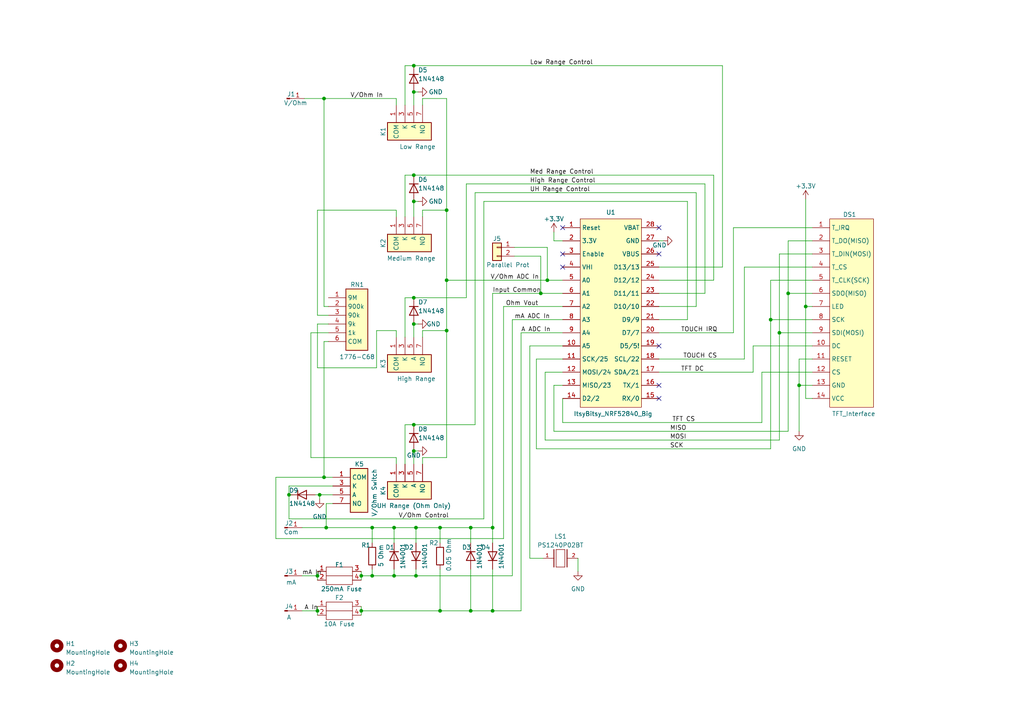
<source format=kicad_sch>
(kicad_sch (version 20230121) (generator eeschema)
  (paper "A4")
  (lib_symbols
    (symbol "502ProjectSymbols:1776-C68"
      (property "Reference" "RN" (at -2.54 13.97 0))
      (property "Value" "1776-C68" (at -2.54 11.43 0))
      (symbol "1776-C68_1_1"
        (rectangle (start -2.54 8.89) (end 3.81 -8.89) (stroke (width 0.254)) (fill (type background)))
        (pin passive line (at -7.62 6.35 0) (length 5.08) (name "9M") (number "1"))
        (pin passive line (at -7.62 3.81 0) (length 5.08) (name "900k") (number "2"))
        (pin passive line (at -7.62 1.27 0) (length 5.08) (name "90k") (number "3"))
        (pin passive line (at -7.62 -1.27 0) (length 5.08) (name "9k") (number "4"))
        (pin passive line (at -7.62 -3.81 0) (length 5.08) (name "1k") (number "5"))
        (pin passive line (at -7.62 -6.35 0) (length 5.08) (name "COM") (number "6"))
      )
    )
    (symbol "502ProjectSymbols:Fuse"
      (property "Reference" "F" (at 0 3.81 0))
      (property "Value" "Fuse" (at 0 -3.81 0))
      (symbol "Fuse_0_1"
        (rectangle (start -3.81 2.54) (end 3.81 -2.54))
        (polyline (pts (xy -3.81 0) (xy 3.81 0)))
      )
      (symbol "Fuse_1_1"
        (pin passive line (at -6.35 1.27 0) (length 2.54) (name "") (number "1"))
        (pin passive line (at -6.35 -1.27 0) (length 2.54) (name "") (number "2"))
        (pin passive line (at 6.35 1.27 180) (length 2.54) (name "") (number "3"))
        (pin passive line (at 6.35 -1.27 180) (length 2.54) (name "") (number "4"))
      )
    )
    (symbol "502ProjectSymbols:ItsyBitsy_NRF52840_Big"
      (property "Reference" "U" (at 0 27.94 0))
      (property "Value" "ItsyBitsy_NRF52840_Big" (at 0 -29.21 0))
      (symbol "ItsyBitsy_NRF52840_Big_0_1"
        (rectangle (start -8.89 26.67) (end 8.89 -27.94) (fill (type background)))
      )
      (symbol "ItsyBitsy_NRF52840_Big_1_0"
        (pin input line (at -13.97 -10.16 0) (length 5.08) (name "") (number ""))
      )
      (symbol "ItsyBitsy_NRF52840_Big_1_1"
        (pin input line (at -13.97 24.13 0) (length 5.08) (name "Reset") (number "1"))
        (pin input line (at -13.97 -10.16 0) (length 5.08) (name "A5") (number "10"))
        (pin bidirectional line (at -13.97 -13.97 0) (length 5.08) (name "SCK/25") (number "11"))
        (pin bidirectional line (at -13.97 -17.78 0) (length 5.08) (name "MOSI/24") (number "12"))
        (pin bidirectional line (at -13.97 -21.59 0) (length 5.08) (name "MISO/23") (number "13"))
        (pin bidirectional line (at -13.97 -25.4 0) (length 5.08) (name "D2/2") (number "14"))
        (pin bidirectional line (at 13.97 -25.4 180) (length 5.08) (name "RX/0") (number "15"))
        (pin bidirectional line (at 13.97 -21.59 180) (length 5.08) (name "TX/1") (number "16"))
        (pin bidirectional line (at 13.97 -17.78 180) (length 5.08) (name "SDA/21") (number "17"))
        (pin bidirectional line (at 13.97 -13.97 180) (length 5.08) (name "SCL/22") (number "18"))
        (pin bidirectional line (at 13.97 -10.16 180) (length 5.08) (name "D5/5!") (number "19"))
        (pin output line (at -13.97 20.32 0) (length 5.08) (name "3.3V") (number "2"))
        (pin bidirectional line (at 13.97 -6.35 180) (length 5.08) (name "D7/7") (number "20"))
        (pin bidirectional line (at 13.97 -2.54 180) (length 5.08) (name "D9/9") (number "21"))
        (pin bidirectional line (at 13.97 1.27 180) (length 5.08) (name "D10/10") (number "22"))
        (pin bidirectional line (at 13.97 5.08 180) (length 5.08) (name "D11/11") (number "23"))
        (pin bidirectional line (at 13.97 8.89 180) (length 5.08) (name "D12/12") (number "24"))
        (pin bidirectional line (at 13.97 12.7 180) (length 5.08) (name "D13/13") (number "25"))
        (pin bidirectional line (at 13.97 16.51 180) (length 5.08) (name "VBUS") (number "26"))
        (pin bidirectional line (at 13.97 20.32 180) (length 5.08) (name "GND") (number "27"))
        (pin bidirectional line (at 13.97 24.13 180) (length 5.08) (name "VBAT") (number "28"))
        (pin input line (at -13.97 16.51 0) (length 5.08) (name "Enable") (number "3"))
        (pin bidirectional line (at -13.97 12.7 0) (length 5.08) (name "VHI") (number "4"))
        (pin input line (at -13.97 8.89 0) (length 5.08) (name "A0") (number "5"))
        (pin input line (at -13.97 5.08 0) (length 5.08) (name "A1") (number "6"))
        (pin input line (at -13.97 1.27 0) (length 5.08) (name "A2") (number "7"))
        (pin input line (at -13.97 -2.54 0) (length 5.08) (name "A3") (number "8"))
        (pin input line (at -13.97 -6.35 0) (length 5.08) (name "A4") (number "9"))
      )
    )
    (symbol "502ProjectSymbols:PS1240P02BT" (pin_names (offset 1.016))
      (property "Reference" "LS" (at -3.81 3.81 0))
      (property "Value" "PS1240P02BT" (at -3.81 -5.08 0))
      (symbol "PS1240P02BT_0_0"
        (polyline (pts (xy -2.54 0) (xy -1.905 0)) (stroke (width 0.1524)))
        (polyline (pts (xy -1.905 -2.54) (xy -1.905 0)) (stroke (width 0.254)))
        (polyline (pts (xy -1.905 0) (xy -1.905 2.54)) (stroke (width 0.254)))
        (polyline (pts (xy -1.27 -2.54) (xy 1.27 -2.54)) (stroke (width 0.1524)))
        (polyline (pts (xy -1.27 2.54) (xy -1.27 -2.54)) (stroke (width 0.1524)))
        (polyline (pts (xy 1.27 -2.54) (xy 1.27 2.54)) (stroke (width 0.1524)))
        (polyline (pts (xy 1.27 2.54) (xy -1.27 2.54)) (stroke (width 0.1524)))
        (polyline (pts (xy 1.905 0) (xy 1.905 -2.54)) (stroke (width 0.254)))
        (polyline (pts (xy 1.905 0) (xy 2.54 0)) (stroke (width 0.1524)))
        (polyline (pts (xy 1.905 2.54) (xy 1.905 0)) (stroke (width 0.254)))
        (pin passive line (at -5.08 0 0) (length 2.54) (name "~") (number "1"))
        (pin passive line (at 5.08 0 180) (length 2.54) (name "~") (number "2"))
      )
    )
    (symbol "502ProjectSymbols:SIL03-1A72-71D"
      (property "Reference" "K" (at -1.27 8.89 0))
      (property "Value" "SIL03-1A72-71D" (at 3.81 -8.89 90))
      (symbol "SIL03-1A72-71D_1_1"
        (rectangle (start -2.54 6.35) (end 2.54 -6.35) (stroke (width 0.254)) (fill (type background)))
        (pin passive line (at -7.62 3.81 0) (length 5.08) (name "COM") (number "1"))
        (pin passive line (at -7.62 1.27 0) (length 5.08) (name "K") (number "3"))
        (pin passive line (at -7.62 -1.27 0) (length 5.08) (name "A") (number "5"))
        (pin passive line (at -7.62 -3.81 0) (length 5.08) (name "NO") (number "7"))
      )
    )
    (symbol "502ProjectSymbols:TFT_Interface"
      (property "Reference" "DS" (at -1.27 27.94 0))
      (property "Value" "TFT_Interface" (at 0 -29.21 0))
      (symbol "TFT_Interface_0_1"
        (rectangle (start -6.35 26.67) (end 6.35 -27.94) (fill (type background)))
      )
      (symbol "TFT_Interface_1_1"
        (pin passive line (at -11.43 24.13 0) (length 5.08) (name "T_IRQ") (number "1"))
        (pin passive line (at -11.43 -10.16 0) (length 5.08) (name "DC") (number "10"))
        (pin passive line (at -11.43 -13.97 0) (length 5.08) (name "RESET") (number "11"))
        (pin passive line (at -11.43 -17.78 0) (length 5.08) (name "CS") (number "12"))
        (pin passive line (at -11.43 -21.59 0) (length 5.08) (name "GND") (number "13"))
        (pin passive line (at -11.43 -25.4 0) (length 5.08) (name "VCC") (number "14"))
        (pin passive line (at -11.43 20.32 0) (length 5.08) (name "T_DO(MISO)") (number "2"))
        (pin passive line (at -11.43 16.51 0) (length 5.08) (name "T_DIN(MOSI)") (number "3"))
        (pin passive line (at -11.43 12.7 0) (length 5.08) (name "T_CS") (number "4"))
        (pin passive line (at -11.43 8.89 0) (length 5.08) (name "T_CLK(SCK)") (number "5"))
        (pin passive line (at -11.43 5.08 0) (length 5.08) (name "SDO(MISO)") (number "6"))
        (pin passive line (at -11.43 1.27 0) (length 5.08) (name "LED") (number "7"))
        (pin passive line (at -11.43 -2.54 0) (length 5.08) (name "SCK") (number "8"))
        (pin passive line (at -11.43 -6.35 0) (length 5.08) (name "SDI(MOSI)") (number "9"))
      )
    )
    (symbol "Connector:Conn_01x01_Pin" (pin_names (offset 1.016) hide)
      (property "Reference" "J" (at 0 2.54 0))
      (property "Value" "Conn_01x01_Pin" (at 0 -2.54 0))
      (symbol "Conn_01x01_Pin_1_1"
        (polyline (pts (xy 1.27 0) (xy 0.8636 0)) (stroke (width 0.1524)))
        (rectangle (start 0.8636 0.127) (end 0 -0.127) (stroke (width 0.1524)) (fill (type outline)))
        (pin passive line (at 5.08 0 180) (length 3.81) (name "Pin_1") (number "1"))
      )
    )
    (symbol "Connector_Generic:Conn_01x02" (pin_names (offset 1.016) hide)
      (property "Reference" "J" (at 0 2.54 0))
      (property "Value" "Conn_01x02" (at 0 -5.08 0))
      (symbol "Conn_01x02_1_1"
        (rectangle (start -1.27 -2.413) (end 0 -2.667) (stroke (width 0.1524)))
        (rectangle (start -1.27 0.127) (end 0 -0.127) (stroke (width 0.1524)))
        (rectangle (start -1.27 1.27) (end 1.27 -3.81) (stroke (width 0.254)) (fill (type background)))
        (pin passive line (at -5.08 0 0) (length 3.81) (name "Pin_1") (number "1"))
        (pin passive line (at -5.08 -2.54 0) (length 3.81) (name "Pin_2") (number "2"))
      )
    )
    (symbol "Device:R" (pin_numbers hide) (pin_names (offset 0))
      (property "Reference" "R" (at 2.032 0 90))
      (property "Value" "R" (at 0 0 90))
      (symbol "R_0_1"
        (rectangle (start -1.016 -2.54) (end 1.016 2.54) (stroke (width 0.254)))
      )
      (symbol "R_1_1"
        (pin passive line (at 0 3.81 270) (length 1.27) (name "~") (number "1"))
        (pin passive line (at 0 -3.81 90) (length 1.27) (name "~") (number "2"))
      )
    )
    (symbol "Diode:1N4001" (pin_numbers hide) (pin_names hide)
      (property "Reference" "D" (at 0 2.54 0))
      (property "Value" "1N4001" (at 0 -2.54 0))
      (symbol "1N4001_0_1"
        (polyline (pts (xy -1.27 1.27) (xy -1.27 -1.27)) (stroke (width 0.254)))
        (polyline (pts (xy 1.27 0) (xy -1.27 0)))
        (polyline (pts (xy 1.27 1.27) (xy 1.27 -1.27) (xy -1.27 0) (xy 1.27 1.27)) (stroke (width 0.254)))
      )
      (symbol "1N4001_1_1"
        (pin passive line (at -3.81 0 0) (length 2.54) (name "K") (number "1"))
        (pin passive line (at 3.81 0 180) (length 2.54) (name "A") (number "2"))
      )
    )
    (symbol "Diode:1N4148" (pin_numbers hide) (pin_names hide)
      (property "Reference" "D" (at 0 2.54 0))
      (property "Value" "1N4148" (at 0 -2.54 0))
      (symbol "1N4148_0_1"
        (polyline (pts (xy -1.27 1.27) (xy -1.27 -1.27)) (stroke (width 0.254)))
        (polyline (pts (xy 1.27 0) (xy -1.27 0)))
        (polyline (pts (xy 1.27 1.27) (xy 1.27 -1.27) (xy -1.27 0) (xy 1.27 1.27)) (stroke (width 0.254)))
      )
      (symbol "1N4148_1_1"
        (pin passive line (at -3.81 0 0) (length 2.54) (name "K") (number "1"))
        (pin passive line (at 3.81 0 180) (length 2.54) (name "A") (number "2"))
      )
    )
    (symbol "Mechanical:MountingHole" (pin_names (offset 1.016))
      (property "Reference" "H" (at 0 5.08 0))
      (property "Value" "MountingHole" (at 0 3.175 0))
      (symbol "MountingHole_0_1"
        (circle (center 0 0) (radius 1.27) (stroke (width 1.27)))
      )
    )
    (symbol "power:+3.3V" (power) (pin_names (offset 0))
      (property "Value" "+3.3V" (at 0 3.556 0))
      (symbol "+3.3V_0_1"
        (polyline (pts (xy -0.762 1.27) (xy 0 2.54)))
        (polyline (pts (xy 0 0) (xy 0 2.54)))
        (polyline (pts (xy 0 2.54) (xy 0.762 1.27)))
      )
      (symbol "+3.3V_1_1"
        (pin power_in line (at 0 0 90) (length 0) hide (name "+3.3V") (number "1"))
      )
    )
    (symbol "power:GND" (power) (pin_names (offset 0))
      (property "Value" "GND" (at 0 -3.81 0))
      (symbol "GND_0_1"
        (polyline (pts (xy 0 0) (xy 0 -1.27) (xy 1.27 -1.27) (xy 0 -2.54) (xy -1.27 -1.27) (xy 0 -1.27)))
      )
      (symbol "GND_1_1"
        (pin power_in line (at 0 0 270) (length 0) hide (name "GND") (number "1"))
      )
    )
  )
  (junction (at 228.6 85.09))
  (junction (at 142.875 153.035))
  (junction (at 92.075 177.165))
  (junction (at 129.54 95.885))
  (junction (at 158.75 81.28))
  (junction (at 120.015 130.81))
  (junction (at 92.075 167.005))
  (junction (at 127.635 177.165))
  (junction (at 104.775 177.165))
  (junction (at 231.775 111.76))
  (junction (at 93.98 28.575))
  (junction (at 127.635 153.035))
  (junction (at 93.98 138.43))
  (junction (at 120.015 123.19))
  (junction (at 83.82 143.51))
  (junction (at 136.525 153.035))
  (junction (at 120.015 93.98))
  (junction (at 136.525 177.165))
  (junction (at 120.015 26.67))
  (junction (at 92.71 143.51))
  (junction (at 120.015 58.42))
  (junction (at 107.95 167.005))
  (junction (at 120.65 167.005))
  (junction (at 120.65 153.035))
  (junction (at 156.845 85.09))
  (junction (at 142.875 177.165))
  (junction (at 120.015 86.36))
  (junction (at 120.015 50.8))
  (junction (at 107.95 153.035))
  (junction (at 223.52 92.71))
  (junction (at 94.615 153.035))
  (junction (at 129.54 60.96))
  (junction (at 129.54 81.28))
  (junction (at 114.3 153.035))
  (junction (at 120.015 19.05))
  (junction (at 226.06 96.52))
  (junction (at 114.3 167.005))
  (junction (at 104.775 167.005))
  (junction (at 233.68 88.9))
  (no_connect (at 191.135 66.04))
  (no_connect (at 191.135 111.76))
  (no_connect (at 191.135 73.66))
  (no_connect (at 191.135 100.33))
  (no_connect (at 163.195 77.47))
  (no_connect (at 163.195 73.66))
  (no_connect (at 163.195 66.04))
  (no_connect (at 191.135 115.57))
  (wire (pts (xy 107.95 167.005) (xy 107.95 165.1)))
  (wire (pts (xy 91.44 143.51) (xy 92.71 143.51)))
  (wire (pts (xy 95.25 99.06) (xy 93.98 99.06)))
  (wire (pts (xy 142.875 153.035) (xy 142.875 157.48)))
  (wire (pts (xy 135.255 86.36) (xy 135.255 53.34)))
  (wire (pts (xy 117.475 19.05) (xy 120.015 19.05)))
  (wire (pts (xy 160.655 111.76) (xy 160.655 125.095)))
  (wire (pts (xy 104.775 177.165) (xy 104.775 175.895)))
  (wire (pts (xy 114.3 165.1) (xy 114.3 167.005)))
  (wire (pts (xy 122.555 60.96) (xy 122.555 62.865)))
  (wire (pts (xy 153.67 161.925) (xy 153.67 100.33)))
  (wire (pts (xy 122.555 28.575) (xy 129.54 28.575)))
  (wire (pts (xy 120.015 58.42) (xy 120.015 57.785)))
  (wire (pts (xy 83.82 143.51) (xy 85.09 143.51)))
  (wire (pts (xy 231.775 104.14) (xy 231.775 111.76)))
  (wire (pts (xy 153.67 100.33) (xy 163.195 100.33)))
  (wire (pts (xy 136.525 177.165) (xy 142.875 177.165)))
  (wire (pts (xy 235.585 104.14) (xy 231.775 104.14)))
  (wire (pts (xy 157.48 161.925) (xy 153.67 161.925)))
  (wire (pts (xy 151.13 96.52) (xy 151.13 177.165)))
  (wire (pts (xy 191.135 77.47) (xy 209.55 77.47)))
  (wire (pts (xy 121.285 130.81) (xy 120.015 130.81)))
  (wire (pts (xy 104.775 177.165) (xy 104.775 178.435)))
  (wire (pts (xy 235.585 100.33) (xy 218.44 100.33)))
  (wire (pts (xy 96.52 140.97) (xy 83.82 140.97)))
  (wire (pts (xy 142.875 165.1) (xy 142.875 177.165)))
  (wire (pts (xy 223.52 81.28) (xy 223.52 92.71)))
  (wire (pts (xy 156.845 74.295) (xy 156.845 85.09)))
  (wire (pts (xy 129.54 95.885) (xy 129.54 132.715)))
  (wire (pts (xy 212.725 96.52) (xy 191.135 96.52)))
  (wire (pts (xy 109.22 95.885) (xy 114.935 95.885)))
  (wire (pts (xy 146.05 88.9) (xy 163.195 88.9)))
  (wire (pts (xy 94.615 146.05) (xy 96.52 146.05)))
  (wire (pts (xy 87.63 177.165) (xy 92.075 177.165)))
  (wire (pts (xy 129.54 28.575) (xy 129.54 60.96)))
  (wire (pts (xy 120.015 26.67) (xy 121.285 26.67)))
  (wire (pts (xy 209.55 19.05) (xy 209.55 77.47)))
  (wire (pts (xy 94.615 146.05) (xy 94.615 153.035)))
  (wire (pts (xy 114.3 153.035) (xy 114.3 157.48)))
  (wire (pts (xy 120.015 19.05) (xy 209.55 19.05)))
  (wire (pts (xy 146.05 88.9) (xy 146.05 156.21)))
  (wire (pts (xy 80.01 138.43) (xy 93.98 138.43)))
  (wire (pts (xy 231.775 111.76) (xy 231.775 125.095)))
  (wire (pts (xy 121.285 58.42) (xy 120.015 58.42)))
  (wire (pts (xy 120.015 58.42) (xy 120.015 62.865)))
  (wire (pts (xy 235.585 88.9) (xy 233.68 88.9)))
  (wire (pts (xy 117.475 123.19) (xy 120.015 123.19)))
  (wire (pts (xy 120.015 93.98) (xy 120.015 97.79)))
  (wire (pts (xy 228.6 69.85) (xy 228.6 85.09)))
  (wire (pts (xy 148.59 92.71) (xy 163.195 92.71)))
  (wire (pts (xy 235.585 69.85) (xy 228.6 69.85)))
  (wire (pts (xy 92.075 106.68) (xy 109.22 106.68)))
  (wire (pts (xy 215.9 77.47) (xy 215.9 104.14)))
  (wire (pts (xy 120.65 153.035) (xy 120.65 157.48)))
  (wire (pts (xy 95.25 93.98) (xy 92.075 93.98)))
  (wire (pts (xy 88.265 28.575) (xy 93.98 28.575)))
  (wire (pts (xy 235.585 66.04) (xy 212.725 66.04)))
  (wire (pts (xy 226.06 96.52) (xy 235.585 96.52)))
  (wire (pts (xy 191.135 69.85) (xy 192.405 69.85)))
  (wire (pts (xy 129.54 81.28) (xy 129.54 95.885)))
  (wire (pts (xy 127.635 177.165) (xy 127.635 165.1)))
  (wire (pts (xy 129.54 81.28) (xy 158.75 81.28)))
  (wire (pts (xy 233.68 88.9) (xy 233.68 115.57)))
  (wire (pts (xy 235.585 81.28) (xy 223.52 81.28)))
  (wire (pts (xy 158.115 107.95) (xy 158.115 127.635)))
  (wire (pts (xy 94.615 153.035) (xy 107.95 153.035)))
  (wire (pts (xy 220.98 107.95) (xy 220.98 122.555)))
  (wire (pts (xy 87.63 153.035) (xy 94.615 153.035)))
  (wire (pts (xy 92.075 177.165) (xy 92.075 175.895)))
  (wire (pts (xy 92.075 177.165) (xy 92.075 178.435)))
  (wire (pts (xy 212.725 66.04) (xy 212.725 96.52)))
  (wire (pts (xy 163.195 111.76) (xy 160.655 111.76)))
  (wire (pts (xy 136.525 165.1) (xy 136.525 177.165)))
  (wire (pts (xy 235.585 107.95) (xy 220.98 107.95)))
  (wire (pts (xy 120.015 86.36) (xy 135.255 86.36)))
  (wire (pts (xy 220.98 122.555) (xy 163.195 122.555)))
  (wire (pts (xy 191.135 107.95) (xy 218.44 107.95)))
  (wire (pts (xy 158.75 71.755) (xy 158.75 81.28)))
  (wire (pts (xy 127.635 153.035) (xy 127.635 157.48)))
  (wire (pts (xy 92.075 91.44) (xy 92.075 60.96)))
  (wire (pts (xy 207.01 50.8) (xy 207.01 81.28)))
  (wire (pts (xy 158.75 81.28) (xy 163.195 81.28)))
  (wire (pts (xy 226.06 127.635) (xy 226.06 96.52)))
  (wire (pts (xy 83.82 150.495) (xy 140.335 150.495)))
  (wire (pts (xy 191.135 85.09) (xy 204.47 85.09)))
  (wire (pts (xy 93.98 138.43) (xy 96.52 138.43)))
  (wire (pts (xy 80.01 156.21) (xy 80.01 138.43)))
  (wire (pts (xy 93.98 28.575) (xy 93.98 88.9)))
  (wire (pts (xy 129.54 132.715) (xy 122.555 132.715)))
  (wire (pts (xy 163.195 104.14) (xy 155.575 104.14)))
  (wire (pts (xy 109.22 106.68) (xy 109.22 95.885)))
  (wire (pts (xy 92.075 167.005) (xy 92.075 168.275)))
  (wire (pts (xy 120.015 123.19) (xy 137.795 123.19)))
  (wire (pts (xy 122.555 60.96) (xy 129.54 60.96)))
  (wire (pts (xy 104.775 177.165) (xy 127.635 177.165)))
  (wire (pts (xy 142.875 177.165) (xy 151.13 177.165)))
  (wire (pts (xy 142.875 85.09) (xy 156.845 85.09)))
  (wire (pts (xy 223.52 130.175) (xy 223.52 92.71)))
  (wire (pts (xy 235.585 77.47) (xy 215.9 77.47)))
  (wire (pts (xy 122.555 95.885) (xy 122.555 97.79)))
  (wire (pts (xy 158.115 127.635) (xy 226.06 127.635)))
  (wire (pts (xy 93.98 99.06) (xy 93.98 138.43)))
  (wire (pts (xy 80.01 156.21) (xy 146.05 156.21)))
  (wire (pts (xy 233.68 115.57) (xy 235.585 115.57)))
  (wire (pts (xy 117.475 97.79) (xy 117.475 86.36)))
  (wire (pts (xy 90.17 132.715) (xy 114.935 132.715)))
  (wire (pts (xy 95.25 96.52) (xy 90.17 96.52)))
  (wire (pts (xy 201.93 55.88) (xy 201.93 88.9)))
  (wire (pts (xy 107.95 167.005) (xy 114.3 167.005)))
  (wire (pts (xy 107.95 153.035) (xy 107.95 157.48)))
  (wire (pts (xy 135.255 53.34) (xy 204.47 53.34)))
  (wire (pts (xy 121.285 93.98) (xy 120.015 93.98)))
  (wire (pts (xy 163.195 107.95) (xy 158.115 107.95)))
  (wire (pts (xy 92.075 93.98) (xy 92.075 106.68)))
  (wire (pts (xy 120.015 50.8) (xy 207.01 50.8)))
  (wire (pts (xy 92.71 144.78) (xy 92.71 143.51)))
  (wire (pts (xy 156.845 85.09) (xy 163.195 85.09)))
  (wire (pts (xy 137.795 123.19) (xy 137.795 55.88)))
  (wire (pts (xy 231.775 111.76) (xy 235.585 111.76)))
  (wire (pts (xy 92.075 60.96) (xy 114.935 60.96)))
  (wire (pts (xy 163.195 69.85) (xy 160.655 69.85)))
  (wire (pts (xy 122.555 132.715) (xy 122.555 134.62)))
  (wire (pts (xy 149.225 71.755) (xy 158.75 71.755)))
  (wire (pts (xy 155.575 104.14) (xy 155.575 130.175)))
  (wire (pts (xy 151.13 96.52) (xy 163.195 96.52)))
  (wire (pts (xy 167.64 161.925) (xy 167.64 165.735)))
  (wire (pts (xy 114.3 167.005) (xy 120.65 167.005)))
  (wire (pts (xy 160.655 125.095) (xy 228.6 125.095)))
  (wire (pts (xy 114.935 60.96) (xy 114.935 62.865)))
  (wire (pts (xy 191.135 81.28) (xy 207.01 81.28)))
  (wire (pts (xy 117.475 50.8) (xy 120.015 50.8)))
  (wire (pts (xy 104.775 165.735) (xy 104.775 167.005)))
  (wire (pts (xy 199.39 58.42) (xy 199.39 92.71)))
  (wire (pts (xy 120.015 26.67) (xy 120.015 30.48)))
  (wire (pts (xy 107.95 153.035) (xy 114.3 153.035)))
  (wire (pts (xy 104.775 167.005) (xy 107.95 167.005)))
  (wire (pts (xy 129.54 60.96) (xy 129.54 81.28)))
  (wire (pts (xy 127.635 153.035) (xy 136.525 153.035)))
  (wire (pts (xy 120.015 130.81) (xy 120.015 134.62)))
  (wire (pts (xy 149.225 74.295) (xy 156.845 74.295)))
  (wire (pts (xy 114.935 132.715) (xy 114.935 134.62)))
  (wire (pts (xy 117.475 62.865) (xy 117.475 50.8)))
  (wire (pts (xy 122.555 28.575) (xy 122.555 30.48)))
  (wire (pts (xy 95.25 91.44) (xy 92.075 91.44)))
  (wire (pts (xy 223.52 92.71) (xy 235.585 92.71)))
  (wire (pts (xy 155.575 130.175) (xy 223.52 130.175)))
  (wire (pts (xy 122.555 95.885) (xy 129.54 95.885)))
  (wire (pts (xy 140.335 58.42) (xy 199.39 58.42)))
  (wire (pts (xy 218.44 100.33) (xy 218.44 107.95)))
  (wire (pts (xy 114.935 95.885) (xy 114.935 97.79)))
  (wire (pts (xy 117.475 134.62) (xy 117.475 123.19)))
  (wire (pts (xy 228.6 85.09) (xy 235.585 85.09)))
  (wire (pts (xy 163.195 122.555) (xy 163.195 115.57)))
  (wire (pts (xy 114.935 28.575) (xy 114.935 30.48)))
  (wire (pts (xy 120.65 153.035) (xy 127.635 153.035)))
  (wire (pts (xy 235.585 73.66) (xy 226.06 73.66)))
  (wire (pts (xy 233.68 88.9) (xy 233.68 57.785)))
  (wire (pts (xy 127.635 177.165) (xy 136.525 177.165)))
  (wire (pts (xy 137.795 55.88) (xy 201.93 55.88)))
  (wire (pts (xy 140.335 150.495) (xy 140.335 58.42)))
  (wire (pts (xy 83.82 143.51) (xy 83.82 150.495)))
  (wire (pts (xy 199.39 92.71) (xy 191.135 92.71)))
  (wire (pts (xy 120.65 167.005) (xy 148.59 167.005)))
  (wire (pts (xy 215.9 104.14) (xy 191.135 104.14)))
  (wire (pts (xy 117.475 19.05) (xy 117.475 30.48)))
  (wire (pts (xy 142.875 85.09) (xy 142.875 153.035)))
  (wire (pts (xy 87.63 167.005) (xy 92.075 167.005)))
  (wire (pts (xy 104.775 167.005) (xy 104.775 168.275)))
  (wire (pts (xy 201.93 88.9) (xy 191.135 88.9)))
  (wire (pts (xy 136.525 153.035) (xy 142.875 153.035)))
  (wire (pts (xy 204.47 53.34) (xy 204.47 85.09)))
  (wire (pts (xy 117.475 86.36) (xy 120.015 86.36)))
  (wire (pts (xy 95.25 88.9) (xy 93.98 88.9)))
  (wire (pts (xy 92.71 143.51) (xy 96.52 143.51)))
  (wire (pts (xy 136.525 153.035) (xy 136.525 157.48)))
  (wire (pts (xy 148.59 92.71) (xy 148.59 167.005)))
  (wire (pts (xy 226.06 73.66) (xy 226.06 96.52)))
  (wire (pts (xy 160.655 69.85) (xy 160.655 67.31)))
  (wire (pts (xy 92.075 167.005) (xy 92.075 165.735)))
  (wire (pts (xy 90.17 96.52) (xy 90.17 132.715)))
  (wire (pts (xy 228.6 125.095) (xy 228.6 85.09)))
  (wire (pts (xy 93.98 28.575) (xy 114.935 28.575)))
  (wire (pts (xy 120.65 165.1) (xy 120.65 167.005)))
  (wire (pts (xy 114.3 153.035) (xy 120.65 153.035)))
  (wire (pts (xy 83.82 140.97) (xy 83.82 143.51)))
  (label "TFT DC" (at 197.485 107.95 0))
  (label "SCK" (at 194.31 130.175 0))
  (label "V{slash}Ohm Control" (at 115.57 150.495 0))
  (label "A In" (at 88.265 177.165 0))
  (label "Ohm Vout" (at 146.685 88.9 0))
  (label "TOUCH IRQ" (at 197.485 96.52 0))
  (label "MOSI" (at 194.31 127.635 0))
  (label "High Range Control" (at 153.67 53.34 0))
  (label "V{slash}Ohm ADC In" (at 142.24 81.28 0))
  (label "Input Common" (at 142.875 85.09 0))
  (label "UH Range Control" (at 153.67 55.88 0))
  (label "TFT CS" (at 194.945 122.555 0))
  (label "A ADC In" (at 151.13 96.52 0))
  (label "mA ADC In" (at 149.225 92.71 0))
  (label "Med Range Control" (at 153.67 50.8 0))
  (label "TOUCH CS" (at 198.12 104.14 0))
  (label "Low Range Control" (at 153.67 19.05 0))
  (label "V{slash}Ohm In" (at 101.6 28.575 0))
  (label "MISO" (at 194.31 125.095 0))
  (label "mA In" (at 87.63 167.005 0))
  (symbol (lib_id "Device:R") (at 127.635 161.29 180) (unit 1)
    (property "Reference" "R2" (at 124.46 157.48 0) (effects (justify right)))
    (property "Value" "0.05 Ohm" (at 130.175 165.735 90) (effects (justify right)))
    (property "Footprint" "502ProjectFootprints:LOB-1528272_3" (effects hide))
  )
  (symbol (lib_id "Diode:1N4148") (at 120.015 127 270) (unit 1)
    (property "Reference" "D8" (at 121.285 124.46 90) (effects (justify left)))
    (property "Value" "1N4148" (at 121.285 127 90) (effects (justify left)))
    (property "Footprint" "Diode_THT:D_DO-35_SOD27_P7.62mm_Horizontal" (effects hide))
    (property "Datasheet" "https://assets.nexperia.com/documents/data-sheet/1N4148_1N4448.pdf" (effects hide))
    (property "Sim.Device" "D" (effects hide))
    (property "Sim.Pins" "1=K 2=A" (effects hide))
  )
  (symbol (lib_id "power:GND") (at 121.285 58.42 90) (unit 1)
    (property "Reference" "#PWR09" (effects hide))
    (property "Value" "GND" (at 126.365 58.42 90))
  )
  (symbol (lib_id "Diode:1N4148") (at 87.63 143.51 0) (unit 1)
    (property "Reference" "D9" (at 83.82 142.24 0) (effects (justify left)))
    (property "Value" "1N4148" (at 83.82 146.05 0) (effects (justify left)))
    (property "Footprint" "Diode_THT:D_DO-35_SOD27_P7.62mm_Horizontal" (effects hide))
    (property "Datasheet" "https://assets.nexperia.com/documents/data-sheet/1N4148_1N4448.pdf" (effects hide))
    (property "Sim.Device" "D" (effects hide))
    (property "Sim.Pins" "1=K 2=A" (effects hide))
  )
  (symbol (lib_id "power:GND") (at 167.64 165.735 0) (unit 1)
    (property "Reference" "#PWR010" (effects hide))
    (property "Value" "GND" (at 167.64 170.815 0))
  )
  (symbol (lib_id "Mechanical:MountingHole") (at 34.925 193.04 0) (unit 1)
    (property "Reference" "H4" (at 37.465 192.405 0) (effects (justify left)))
    (property "Value" "MountingHole" (at 37.465 194.945 0) (effects (justify left)))
    (property "Footprint" "502ProjectFootprints:MountingHole_3mm" (effects hide))
  )
  (symbol (lib_id "Connector:Conn_01x01_Pin") (at 82.55 153.035 0) (unit 1)
    (property "Reference" "J2" (at 83.82 151.765 0))
    (property "Value" "Com" (at 84.455 154.305 0))
    (property "Footprint" "502ProjectFootprints:PinHeader_1x01_P2.54mm_Vertical_H0.8mm" (effects hide))
  )
  (symbol (lib_id "Diode:1N4148") (at 120.015 90.17 270) (unit 1)
    (property "Reference" "D7" (at 121.285 87.63 90) (effects (justify left)))
    (property "Value" "1N4148" (at 121.285 90.17 90) (effects (justify left)))
    (property "Footprint" "Diode_THT:D_DO-35_SOD27_P7.62mm_Horizontal" (effects hide))
    (property "Datasheet" "https://assets.nexperia.com/documents/data-sheet/1N4148_1N4448.pdf" (effects hide))
    (property "Sim.Device" "D" (effects hide))
    (property "Sim.Pins" "1=K 2=A" (effects hide))
  )
  (symbol (lib_id "502ProjectSymbols:SIL03-1A72-71D") (at 118.745 70.485 90) (mirror x) (unit 1)
    (property "Reference" "K2" (at 111.125 69.215 0) (effects (justify left)))
    (property "Value" "Medium Range" (at 126.365 74.93 90) (effects (justify left)))
    (property "Footprint" "502ProjectFootprints:SIL03-1A72-71_4" (effects hide))
    (property "Datasheet" "https://4a30d8fd18dae1bf393d-df49f4cedb726ad03ad145d2e3d346bd.ssl.cf5.rackcdn.com/datasheets/33/3303172171e.pdf" (effects hide))
    (property "Height" "7.8" (effects hide))
    (property "Manufacturer_Name" "Meder" (effects hide))
    (property "Manufacturer_Part_Number" "SIL03-1A72-71D" (effects hide))
    (property "Mouser Part Number" "876-SIL03-1A72-71D" (effects hide))
    (property "Mouser Price/Stock" "https://www.mouser.co.uk/ProductDetail/MEDER-electronic-Standex/SIL03-1A72-71D?qs=XQXp6f9AQWAyfFxxKRfX0Q%3D%3D" (effects hide))
  )
  (symbol (lib_id "Mechanical:MountingHole") (at 16.51 187.325 0) (unit 1)
    (property "Reference" "H1" (at 19.05 186.69 0) (effects (justify left)))
    (property "Value" "MountingHole" (at 19.05 189.23 0) (effects (justify left)))
    (property "Footprint" "502ProjectFootprints:MountingHole_3mm" (effects hide))
  )
  (symbol (lib_id "Device:R") (at 107.95 161.29 180) (unit 1)
    (property "Reference" "R1" (at 104.775 158.115 0) (effects (justify right)))
    (property "Value" "5 Ohm" (at 110.49 164.465 90) (effects (justify right)))
    (property "Footprint" "Resistor_THT:R_Axial_DIN0207_L6.3mm_D2.5mm_P10.16mm_Horizontal" (effects hide))
  )
  (symbol (lib_id "502ProjectSymbols:TFT_Interface") (at 247.015 90.17 0) (unit 1)
    (property "Reference" "DS1" (at 244.475 62.23 0) (effects (justify left)))
    (property "Value" "TFT_Interface" (at 241.3 120.015 0) (effects (justify left)))
    (property "Footprint" "502ProjectFootprints:PinHeader_1x14_P2.54mm_Vertical_H0.9mm" (effects hide))
  )
  (symbol (lib_id "502ProjectSymbols:SIL03-1A72-71D") (at 104.14 142.24 0) (unit 1)
    (property "Reference" "K5" (at 102.87 134.62 0) (effects (justify left)))
    (property "Value" "V/Ohm Switch" (at 108.585 149.86 90) (effects (justify left)))
    (property "Footprint" "502ProjectFootprints:SIL03-1A72-71_4" (effects hide))
    (property "Datasheet" "https://4a30d8fd18dae1bf393d-df49f4cedb726ad03ad145d2e3d346bd.ssl.cf5.rackcdn.com/datasheets/33/3303172171e.pdf" (effects hide))
    (property "Height" "7.8" (effects hide))
    (property "Manufacturer_Name" "Meder" (effects hide))
    (property "Manufacturer_Part_Number" "SIL03-1A72-71D" (effects hide))
    (property "Mouser Part Number" "876-SIL03-1A72-71D" (effects hide))
    (property "Mouser Price/Stock" "https://www.mouser.co.uk/ProductDetail/MEDER-electronic-Standex/SIL03-1A72-71D?qs=XQXp6f9AQWAyfFxxKRfX0Q%3D%3D" (effects hide))
  )
  (symbol (lib_id "502ProjectSymbols:SIL03-1A72-71D") (at 118.745 38.1 90) (mirror x) (unit 1)
    (property "Reference" "K1" (at 111.125 36.83 0) (effects (justify left)))
    (property "Value" "Low Range" (at 126.365 42.545 90) (effects (justify left)))
    (property "Footprint" "502ProjectFootprints:SIL03-1A72-71_4" (effects hide))
    (property "Datasheet" "https://4a30d8fd18dae1bf393d-df49f4cedb726ad03ad145d2e3d346bd.ssl.cf5.rackcdn.com/datasheets/33/3303172171e.pdf" (effects hide))
    (property "Height" "7.8" (effects hide))
    (property "Manufacturer_Name" "Meder" (effects hide))
    (property "Manufacturer_Part_Number" "SIL03-1A72-71D" (effects hide))
    (property "Mouser Part Number" "876-SIL03-1A72-71D" (effects hide))
    (property "Mouser Price/Stock" "https://www.mouser.co.uk/ProductDetail/MEDER-electronic-Standex/SIL03-1A72-71D?qs=XQXp6f9AQWAyfFxxKRfX0Q%3D%3D" (effects hide))
  )
  (symbol (lib_id "power:GND") (at 121.285 26.67 90) (unit 1)
    (property "Reference" "#PWR05" (effects hide))
    (property "Value" "GND" (at 126.365 26.67 90))
  )
  (symbol (lib_id "502ProjectSymbols:Fuse") (at 98.425 167.005 0) (unit 1)
    (property "Reference" "F1" (at 98.425 163.83 0))
    (property "Value" "250mA Fuse" (at 99.06 170.815 0))
    (property "Footprint" "502ProjectFootprints:LF124061_2" (effects hide))
  )
  (symbol (lib_id "Diode:1N4001") (at 114.3 161.29 270) (unit 1)
    (property "Reference" "D1" (at 111.76 158.75 90) (effects (justify left)))
    (property "Value" "1N4001" (at 116.84 157.48 0) (effects (justify left)))
    (property "Footprint" "Diode_THT:D_DO-41_SOD81_P10.16mm_Horizontal" (effects hide))
    (property "Datasheet" "http://www.vishay.com/docs/88503/1n4001.pdf" (effects hide))
    (property "Sim.Device" "D" (effects hide))
    (property "Sim.Pins" "1=K 2=A" (effects hide))
  )
  (symbol (lib_id "502ProjectSymbols:SIL03-1A72-71D") (at 118.745 105.41 90) (mirror x) (unit 1)
    (property "Reference" "K3" (at 111.125 104.14 0) (effects (justify left)))
    (property "Value" "High Range" (at 126.365 109.855 90) (effects (justify left)))
    (property "Footprint" "502ProjectFootprints:SIL03-1A72-71_4" (effects hide))
    (property "Datasheet" "https://4a30d8fd18dae1bf393d-df49f4cedb726ad03ad145d2e3d346bd.ssl.cf5.rackcdn.com/datasheets/33/3303172171e.pdf" (effects hide))
    (property "Height" "7.8" (effects hide))
    (property "Manufacturer_Name" "Meder" (effects hide))
    (property "Manufacturer_Part_Number" "SIL03-1A72-71D" (effects hide))
    (property "Mouser Part Number" "876-SIL03-1A72-71D" (effects hide))
    (property "Mouser Price/Stock" "https://www.mouser.co.uk/ProductDetail/MEDER-electronic-Standex/SIL03-1A72-71D?qs=XQXp6f9AQWAyfFxxKRfX0Q%3D%3D" (effects hide))
  )
  (symbol (lib_id "power:GND") (at 231.775 125.095 0) (unit 1)
    (property "Reference" "#PWR03" (effects hide))
    (property "Value" "GND" (at 231.775 130.175 0))
  )
  (symbol (lib_id "Diode:1N4001") (at 142.875 161.29 90) (unit 1)
    (property "Reference" "D4" (at 142.24 158.75 90) (effects (justify left)))
    (property "Value" "1N4001" (at 145.415 165.1 0) (effects (justify left)))
    (property "Footprint" "Diode_THT:D_DO-41_SOD81_P10.16mm_Horizontal" (effects hide))
    (property "Datasheet" "http://www.vishay.com/docs/88503/1n4001.pdf" (effects hide))
    (property "Sim.Device" "D" (effects hide))
    (property "Sim.Pins" "1=K 2=A" (effects hide))
  )
  (symbol (lib_id "Diode:1N4001") (at 120.65 161.29 90) (unit 1)
    (property "Reference" "D2" (at 120.015 158.75 90) (effects (justify left)))
    (property "Value" "1N4001" (at 123.19 165.1 0) (effects (justify left)))
    (property "Footprint" "Diode_THT:D_DO-41_SOD81_P10.16mm_Horizontal" (effects hide))
    (property "Datasheet" "http://www.vishay.com/docs/88503/1n4001.pdf" (effects hide))
    (property "Sim.Device" "D" (effects hide))
    (property "Sim.Pins" "1=K 2=A" (effects hide))
  )
  (symbol (lib_id "power:+3.3V") (at 160.655 67.31 0) (unit 1)
    (property "Reference" "#PWR01" (effects hide))
    (property "Value" "+3.3V" (at 160.655 63.5 0))
  )
  (symbol (lib_id "502ProjectSymbols:PS1240P02BT") (at 162.56 161.925 0) (unit 1)
    (property "Reference" "LS1" (at 162.56 155.575 0))
    (property "Value" "PS1240P02BT" (at 162.56 158.115 0))
    (property "Footprint" "502ProjectFootprints:XDCR_PS1240P02BT" (effects hide))
    (property "MF" "TDK" (effects hide))
    (property "PRICE" "None" (effects hide))
    (property "AVAILABILITY" "Unavailable" (effects hide))
    (property "PACKAGE" "SIP-5 TDK" (effects hide))
    (property "MAXIMUM_PACKAGE_HEIGHT" "7.0mm" (effects hide))
    (property "DESCRIPTION" "Buzzers Transducer, Externally Driven Piezo 3V 4kHz 60dB @ 3V, 10cm Through Hole PC Pins" (effects hide))
    (property "MP" "PS1240P02CT3" (effects hide))
  )
  (symbol (lib_id "502ProjectSymbols:SIL03-1A72-71D") (at 118.745 142.24 90) (mirror x) (unit 1)
    (property "Reference" "K4" (at 111.125 140.97 0) (effects (justify left)))
    (property "Value" "UH Range (Ohm Only)" (at 130.81 146.685 90) (effects (justify left)))
    (property "Footprint" "502ProjectFootprints:SIL03-1A72-71_4" (effects hide))
    (property "Datasheet" "https://4a30d8fd18dae1bf393d-df49f4cedb726ad03ad145d2e3d346bd.ssl.cf5.rackcdn.com/datasheets/33/3303172171e.pdf" (effects hide))
    (property "Height" "7.8" (effects hide))
    (property "Manufacturer_Name" "Meder" (effects hide))
    (property "Manufacturer_Part_Number" "SIL03-1A72-71D" (effects hide))
    (property "Mouser Part Number" "876-SIL03-1A72-71D" (effects hide))
    (property "Mouser Price/Stock" "https://www.mouser.co.uk/ProductDetail/MEDER-electronic-Standex/SIL03-1A72-71D?qs=XQXp6f9AQWAyfFxxKRfX0Q%3D%3D" (effects hide))
  )
  (symbol (lib_id "power:GND") (at 121.285 93.98 90) (unit 1)
    (property "Reference" "#PWR06" (effects hide))
    (property "Value" "GND" (at 125.73 93.98 90))
  )
  (symbol (lib_id "power:+3.3V") (at 233.68 57.785 0) (unit 1)
    (property "Reference" "#PWR04" (effects hide))
    (property "Value" "+3.3V" (at 233.68 53.975 0))
  )
  (symbol (lib_id "Mechanical:MountingHole") (at 16.51 193.04 0) (unit 1)
    (property "Reference" "H2" (at 19.05 192.405 0) (effects (justify left)))
    (property "Value" "MountingHole" (at 19.05 194.945 0) (effects (justify left)))
    (property "Footprint" "502ProjectFootprints:MountingHole_3mm" (effects hide))
  )
  (symbol (lib_id "Diode:1N4001") (at 136.525 161.29 270) (unit 1)
    (property "Reference" "D3" (at 133.985 158.75 90) (effects (justify left)))
    (property "Value" "1N4001" (at 139.065 157.48 0) (effects (justify left)))
    (property "Footprint" "Diode_THT:D_DO-41_SOD81_P10.16mm_Horizontal" (effects hide))
    (property "Datasheet" "http://www.vishay.com/docs/88503/1n4001.pdf" (effects hide))
    (property "Sim.Device" "D" (effects hide))
    (property "Sim.Pins" "1=K 2=A" (effects hide))
  )
  (symbol (lib_id "Connector:Conn_01x01_Pin") (at 82.55 167.005 0) (unit 1)
    (property "Reference" "J3" (at 83.82 165.735 0))
    (property "Value" "mA" (at 84.455 168.91 0))
    (property "Footprint" "502ProjectFootprints:PinHeader_1x01_P2.54mm_Vertical_H0.8mm" (effects hide))
  )
  (symbol (lib_id "power:GND") (at 92.71 144.78 0) (unit 1)
    (property "Reference" "#PWR08" (effects hide))
    (property "Value" "GND" (at 92.71 149.86 0))
  )
  (symbol (lib_id "power:GND") (at 192.405 69.85 90) (unit 1)
    (property "Reference" "#PWR02" (effects hide))
    (property "Value" "GND" (at 189.23 71.12 90) (effects (justify right)))
  )
  (symbol (lib_id "Connector_Generic:Conn_01x02") (at 144.145 71.755 0) (mirror y) (unit 1)
    (property "Reference" "J5" (at 144.145 69.215 0))
    (property "Value" "Parallel Prot" (at 147.32 76.835 0))
    (property "Footprint" "502ProjectFootprints:PinHeader_1x02_P2.54mm_Vertical_H0.9mm" (effects hide))
  )
  (symbol (lib_id "502ProjectSymbols:1776-C68") (at 102.87 92.71 0) (unit 1)
    (property "Reference" "RN1" (at 101.6 82.55 0) (effects (justify left)))
    (property "Value" "1776-C68" (at 98.425 103.505 0) (effects (justify left)))
    (property "Footprint" "502ProjectFootprints:1776-C68-1" (effects hide))
    (property "Datasheet" "http://www.caddock.com/Online_catalog/Mrktg_Lit/Type1776.pdf" (effects hide))
    (property "Height" "13.97" (effects hide))
    (property "Manufacturer_Name" "Caddock" (effects hide))
    (property "Manufacturer_Part_Number" "1776-C68" (effects hide))
    (property "Mouser Part Number" "684-1776-C68" (effects hide))
    (property "Mouser Price/Stock" "https://www.mouser.co.uk/ProductDetail/Caddock/1776-C68?qs=2QmwSASSNhaGcnZtYodE5g%3D%3D" (effects hide))
  )
  (symbol (lib_id "Mechanical:MountingHole") (at 34.925 187.325 0) (unit 1)
    (property "Reference" "H3" (at 37.465 186.69 0) (effects (justify left)))
    (property "Value" "MountingHole" (at 37.465 189.23 0) (effects (justify left)))
    (property "Footprint" "502ProjectFootprints:MountingHole_3mm" (effects hide))
  )
  (symbol (lib_id "power:GND") (at 121.285 130.81 90) (unit 1)
    (property "Reference" "#PWR07" (effects hide))
    (property "Value" "GND" (at 120.015 132.08 90))
  )
  (symbol (lib_id "Connector:Conn_01x01_Pin") (at 82.55 177.165 0) (unit 1)
    (property "Reference" "J4" (at 83.82 175.895 0))
    (property "Value" "A" (at 83.82 179.07 0))
    (property "Footprint" "502ProjectFootprints:PinHeader_1x01_P2.54mm_Vertical_H0.8mm" (effects hide))
  )
  (symbol (lib_id "Diode:1N4148") (at 120.015 54.61 270) (unit 1)
    (property "Reference" "D6" (at 121.285 52.07 90) (effects (justify left)))
    (property "Value" "1N4148" (at 121.285 54.61 90) (effects (justify left)))
    (property "Footprint" "Diode_THT:D_DO-35_SOD27_P7.62mm_Horizontal" (effects hide))
    (property "Datasheet" "https://assets.nexperia.com/documents/data-sheet/1N4148_1N4448.pdf" (effects hide))
    (property "Sim.Device" "D" (effects hide))
    (property "Sim.Pins" "1=K 2=A" (effects hide))
  )
  (symbol (lib_id "502ProjectSymbols:Fuse") (at 98.425 177.165 0) (unit 1)
    (property "Reference" "F2" (at 98.425 173.355 0))
    (property "Value" "10A Fuse" (at 98.425 180.975 0))
    (property "Footprint" "502ProjectFootprints:LF124041_3" (effects hide))
  )
  (symbol (lib_id "Diode:1N4148") (at 120.015 22.86 270) (unit 1)
    (property "Reference" "D5" (at 121.285 20.32 90) (effects (justify left)))
    (property "Value" "1N4148" (at 121.285 22.86 90) (effects (justify left)))
    (property "Footprint" "Diode_THT:D_DO-35_SOD27_P7.62mm_Horizontal" (effects hide))
    (property "Datasheet" "https://assets.nexperia.com/documents/data-sheet/1N4148_1N4448.pdf" (effects hide))
    (property "Sim.Device" "D" (effects hide))
    (property "Sim.Pins" "1=K 2=A" (effects hide))
  )
  (symbol (lib_id "Connector:Conn_01x01_Pin") (at 83.185 28.575 0) (unit 1)
    (property "Reference" "J1" (at 84.455 27.305 0))
    (property "Value" "V/Ohm" (at 85.725 29.845 0))
    (property "Footprint" "502ProjectFootprints:PinHeader_1x01_P2.54mm_Vertical_H0.8mm" (effects hide))
  )
  (symbol (lib_id "502ProjectSymbols:ItsyBitsy_NRF52840_Big") (at 177.165 90.17 0) (unit 1)
    (property "Reference" "U1" (at 177.165 61.595 0))
    (property "Value" "ItsyBitsy_NRF52840_Big" (at 177.8 120.015 0))
    (property "Footprint" "502ProjectFootprints:ItsyBitsy" (effects hide))
  )
)
</source>
